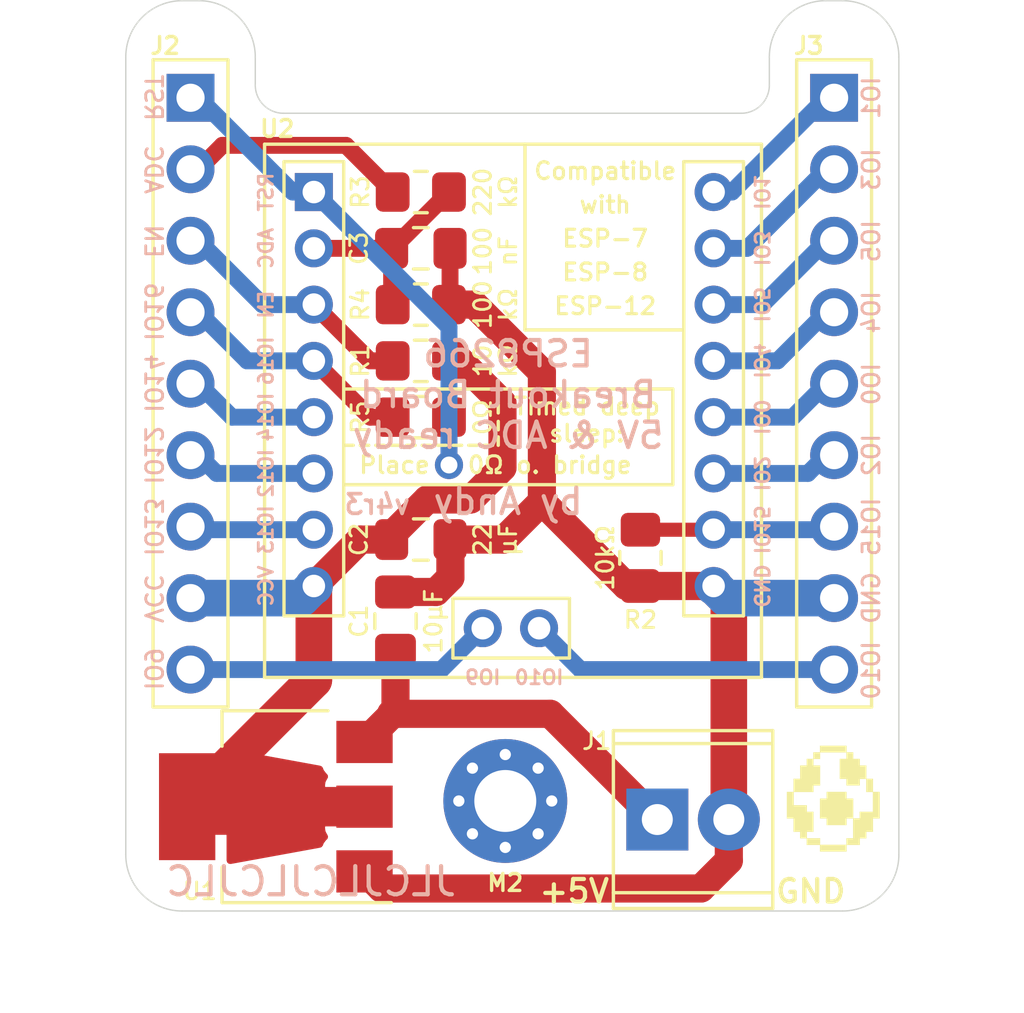
<source format=kicad_pcb>
(kicad_pcb (version 20211014) (generator pcbnew)
  (layers (0 "F.Cu" signal) (31 "B.Cu" signal) (34 "B.Paste" user) (35 "F.Paste" user) (36 "B.SilkS" user "B.Silkscreen") (37 "F.SilkS" user "F.Silkscreen") (38 "B.Mask" user) (39 "F.Mask" user) (44 "Edge.Cuts" user))
  (net 0 "")
  (net 1 "GND")
  (net 2 "/+3.3V")
  (net 3 "/+5V")
  (net 4 "/EN")
  (net 5 "/ADC")
  (net 6 "/ADCRAW")
  (net 7 "/IO16")
  (net 8 "/RST")
  (net 9 "/IO15")
  (net 10 "Net-(J2-Pad5)")
  (net 11 "Net-(J2-Pad6)")
  (net 12 "Net-(J2-Pad7)")
  (net 13 "Net-(J2-Pad9)")
  (net 14 "Net-(J3-Pad1)")
  (net 15 "Net-(J3-Pad2)")
  (net 16 "Net-(J3-Pad3)")
  (net 17 "Net-(J3-Pad4)")
  (net 18 "Net-(J3-Pad5)")
  (net 19 "Net-(J3-Pad6)")
  (net 20 "Net-(J3-Pad9)")
  (footprint "Capacitor_SMD:C_0805_2012Metric_Pad1.18x1.45mm_HandSolder" (layer "F.Cu") (at 146.8 83.15)
    (fp_text reference "C2" (at -2.2 0 90) (layer "F.SilkS") (effects (font (size 0.6 0.6) (thickness 0.1))))
    (fp_text value "22" (at 2.2 0 90) (layer "F.SilkS") (effects (font (size 0.6 0.6) (thickness 0.1))))
    (fp_text user "µF" (at 3.1 0 90) (layer "F.SilkS") (effects (font (size 0.6 0.6) (thickness 0.1))))
    (fp_line (start -0.261252 0.735) (end 0.261252 0.735) (layer "F.SilkS") (width 0.12))
    (fp_line (start -0.261252 -0.735) (end 0.261252 -0.735) (layer "F.SilkS") (width 0.12))
    (pad "1" smd roundrect locked (at -1.0375 0) (size 1.175 1.45) (layers "F.Cu" "F.Paste" "F.Mask") (roundrect_rratio 0.2127659574) (net 2 "/+3.3V"))
    (pad "2" smd roundrect locked (at 1.0375 0) (size 1.175 1.45) (layers "F.Cu" "F.Paste" "F.Mask") (roundrect_rratio 0.2127659574) (net 1 "GND"))
  )
  (footprint "Capacitor_SMD:C_0805_2012Metric_Pad1.18x1.45mm_HandSolder" (layer "F.Cu") (at 146.8 72.8)
    (fp_text reference "C3" (at -2.2 0 90) (layer "F.SilkS") (effects (font (size 0.6 0.6) (thickness 0.1))))
    (fp_text value "100" (at 2.2 0.1 90) (layer "F.SilkS") (effects (font (size 0.6 0.6) (thickness 0.1))))
    (fp_text user "nF" (at 3.1 0.1 90) (layer "F.SilkS") (effects (font (size 0.6 0.6) (thickness 0.1))))
    (fp_line (start -0.261252 0.735) (end 0.261252 0.735) (layer "F.SilkS") (width 0.12))
    (fp_line (start -0.261252 -0.735) (end 0.261252 -0.735) (layer "F.SilkS") (width 0.12))
    (pad "1" smd roundrect locked (at -1.0375 0) (size 1.175 1.45) (layers "F.Cu" "F.Paste" "F.Mask") (roundrect_rratio 0.2127659574) (net 5 "/ADC"))
    (pad "2" smd roundrect locked (at 1.0375 0) (size 1.175 1.45) (layers "F.Cu" "F.Paste" "F.Mask") (roundrect_rratio 0.2127659574) (net 1 "GND"))
  )
  (footprint "Resistor_SMD:R_0805_2012Metric_Pad1.20x1.40mm_HandSolder" (layer "F.Cu") (at 154.6 83.8 -90)
    (fp_text reference "R2" (at 2.2 0) (layer "F.SilkS") (effects (font (size 0.6 0.6) (thickness 0.1))))
    (fp_text value "10kΩ" (at 0 1.25 90) (layer "F.SilkS") (effects (font (size 0.6 0.6) (thickness 0.1))))
    (fp_line (start -0.227064 -0.735) (end 0.227064 -0.735) (layer "F.SilkS") (width 0.12))
    (fp_line (start -0.227064 0.735) (end 0.227064 0.735) (layer "F.SilkS") (width 0.12))
    (pad "1" smd roundrect locked (at -1 0 270) (size 1.2 1.4) (layers "F.Cu" "F.Paste" "F.Mask") (roundrect_rratio 0.2083325) (net 9 "/IO15"))
    (pad "2" smd roundrect locked (at 1 0 270) (size 1.2 1.4) (layers "F.Cu" "F.Paste" "F.Mask") (roundrect_rratio 0.2083325) (net 1 "GND"))
  )
  (footprint "Resistor_SMD:R_0805_2012Metric_Pad1.20x1.40mm_HandSolder" (layer "F.Cu") (at 146.8 70.8)
    (fp_text reference "R3" (at -2.15 0 90) (layer "F.SilkS") (effects (font (size 0.6 0.6) (thickness 0.1))))
    (fp_text value "220" (at 2.2 0 90) (layer "F.SilkS") (effects (font (size 0.6 0.6) (thickness 0.1))))
    (fp_text user "kΩ" (at 3.1 0 90) (layer "F.SilkS") (effects (font (size 0.6 0.6) (thickness 0.1))))
    (fp_line (start -0.227064 0.735) (end 0.227064 0.735) (layer "F.SilkS") (width 0.12))
    (fp_line (start -0.227064 -0.735) (end 0.227064 -0.735) (layer "F.SilkS") (width 0.12))
    (pad "1" smd roundrect locked (at -1 0) (size 1.2 1.4) (layers "F.Cu" "F.Paste" "F.Mask") (roundrect_rratio 0.2083325) (net 6 "/ADCRAW"))
    (pad "2" smd roundrect locked (at 1 0) (size 1.2 1.4) (layers "F.Cu" "F.Paste" "F.Mask") (roundrect_rratio 0.2083325) (net 5 "/ADC"))
  )
  (footprint "Resistor_SMD:R_0805_2012Metric_Pad1.20x1.40mm_HandSolder" (layer "F.Cu") (at 146.8 74.8)
    (fp_text reference "R4" (at -2.15 0 90) (layer "F.SilkS") (effects (font (size 0.6 0.6) (thickness 0.1))))
    (fp_text value "100" (at 2.2 0 90) (layer "F.SilkS") (effects (font (size 0.6 0.6) (thickness 0.1))))
    (fp_text user "kΩ" (at 3.1 0 90) (layer "F.SilkS") (effects (font (size 0.6 0.6) (thickness 0.1))))
    (fp_line (start -0.227064 -0.735) (end 0.227064 -0.735) (layer "F.SilkS") (width 0.12))
    (fp_line (start -0.227064 0.735) (end 0.227064 0.735) (layer "F.SilkS") (width 0.12))
    (pad "1" smd roundrect locked (at -1 0) (size 1.2 1.4) (layers "F.Cu" "F.Paste" "F.Mask") (roundrect_rratio 0.2083325) (net 5 "/ADC"))
    (pad "2" smd roundrect locked (at 1 0) (size 1.2 1.4) (layers "F.Cu" "F.Paste" "F.Mask") (roundrect_rratio 0.2083325) (net 1 "GND"))
  )
  (footprint "Resistor_SMD:R_0805_2012Metric_Pad1.20x1.40mm_HandSolder" (layer "F.Cu") (at 146.8 78.8 180)
    (fp_text reference "R5" (at 2.15 0 270) (layer "F.SilkS") (effects (font (size 0.6 0.6) (thickness 0.1))))
    (fp_text value "0Ω" (at -2.2 0 90) (layer "F.SilkS") (effects (font (size 0.6 0.6) (thickness 0.1))))
    (fp_line (start -0.227064 0.735) (end 0.227064 0.735) (layer "F.SilkS") (width 0.12))
    (fp_line (start -0.227064 -0.735) (end 0.227064 -0.735) (layer "F.SilkS") (width 0.12))
    (pad "1" smd roundrect locked (at -1 0 180) (size 1.2 1.4) (layers "F.Cu" "F.Paste" "F.Mask") (roundrect_rratio 0.2083325) (net 8 "/RST"))
    (pad "2" smd roundrect locked (at 1 0 180) (size 1.2 1.4) (layers "F.Cu" "F.Paste" "F.Mask") (roundrect_rratio 0.2083325) (net 7 "/IO16"))
  )
  (footprint "Resistor_SMD:R_0805_2012Metric_Pad1.20x1.40mm_HandSolder" (layer "F.Cu") (at 146.8 76.8 180)
    (fp_text reference "R1" (at 2.15 0 270) (layer "F.SilkS") (effects (font (size 0.6 0.6) (thickness 0.1))))
    (fp_text value "10" (at -2.2 0 90) (layer "F.SilkS") (effects (font (size 0.6 0.6) (thickness 0.1))))
    (fp_text user "kΩ" (at -3.1 0 270) (layer "F.SilkS") (effects (font (size 0.6 0.6) (thickness 0.1))))
    (fp_line (start -0.227064 -0.735) (end 0.227064 -0.735) (layer "F.SilkS") (width 0.12))
    (fp_line (start -0.227064 0.735) (end 0.227064 0.735) (layer "F.SilkS") (width 0.12))
    (pad "1" smd roundrect locked (at -1 0 180) (size 1.2 1.4) (layers "F.Cu" "F.Paste" "F.Mask") (roundrect_rratio 0.2083325) (net 2 "/+3.3V"))
    (pad "2" smd roundrect locked (at 1 0 180) (size 1.2 1.4) (layers "F.Cu" "F.Paste" "F.Mask") (roundrect_rratio 0.2083325) (net 4 "/EN"))
  )
  (footprint "Package_TO_SOT_SMD:SOT-223-3_TabPin2" (layer "F.Cu") (at 141.65 92.642932 180)
    (fp_text reference "U1" (at 2.7 -3) (layer "F.SilkS") (effects (font (size 0.6 0.6) (thickness 0.1))))
    (fp_text value "AMS1117-3.3")
    (fp_line (start -1.85 3.41) (end 1.91 3.41) (layer "F.SilkS") (width 0.12))
    (fp_line (start 1.91 3.41) (end 1.91 2.15) (layer "F.SilkS") (width 0.12))
    (fp_line (start 1.91 -3.41) (end 1.91 -2.15) (layer "F.SilkS") (width 0.12))
    (fp_line (start -4.1 -3.41) (end 1.91 -3.41) (layer "F.SilkS") (width 0.12))
    (pad "1" smd rect locked (at -3.15 -2.3 180) (size 2 1.5) (layers "F.Cu" "F.Paste" "F.Mask") (net 1 "GND"))
    (pad "2" smd rect locked (at 3.15 0 180) (size 2 3.8) (layers "F.Cu" "F.Paste" "F.Mask") (net 2 "/+3.3V") (thermal_gap 0.4))
    (pad "2" smd rect locked (at -3.15 0 180) (size 2 1.5) (layers "F.Cu" "F.Paste" "F.Mask") (net 2 "/+3.3V") (thermal_gap 0.4))
    (pad "3" smd rect locked (at -3.15 2.3 180) (size 2 1.5) (layers "F.Cu" "F.Paste" "F.Mask") (net 3 "/+5V") (thermal_gap 0.5))
  )
  (footprint "Andys-Footprints:TerminalBlock_Phoenix_MPT-0,5-2-2.54_1x02_P2.54mm_Horizontal-removed-extra-holes" (layer "F.Cu") (at 155.2 93.1)
    (fp_text reference "J1" (at -2.15 -2.792932) (layer "F.SilkS") (effects (font (size 0.6 0.6) (thickness 0.1))))
    (fp_text value "Screw_Terminal_01x02")
    (fp_line (start -1.56 -2.7) (end 4.1 -2.7) (layer "F.SilkS") (width 0.12))
    (fp_line (start -1.56 2.6) (end 4.1 2.6) (layer "F.SilkS") (width 0.12))
    (fp_line (start -1.56 -3.16) (end 4.1 -3.16) (layer "F.SilkS") (width 0.12))
    (fp_line (start -1.56 -3.16) (end -1.56 3.16) (layer "F.SilkS") (width 0.12))
    (fp_line (start 4.1 -3.16) (end 4.1 3.16) (layer "F.SilkS") (width 0.12))
    (fp_line (start -1.56 3.16) (end 4.1 3.16) (layer "F.SilkS") (width 0.12))
    (pad "1" thru_hole rect locked (at 0 0) (size 2.2 2.2) (drill 1.1) (layers *.Cu *.Mask) (net 3 "/+5V"))
    (pad "2" thru_hole circle locked (at 2.54 0) (size 2.2 2.2) (drill 1.1) (layers *.Cu *.Mask) (net 1 "GND"))
  )
  (footprint "Capacitor_SMD:C_0805_2012Metric_Pad1.18x1.45mm_HandSolder" (layer "F.Cu") (at 145.9 86.05 90)
    (fp_text reference "C1" (at 0 -1.3 90) (layer "F.SilkS") (effects (font (size 0.6 0.6) (thickness 0.1))))
    (fp_text value "10µF" (at 0 1.35 90) (layer "F.SilkS") (effects (font (size 0.6 0.6) (thickness 0.1))))
    (fp_line (start -0.261252 0.735) (end 0.261252 0.735) (layer "F.SilkS") (width 0.12))
    (fp_line (start -0.261252 -0.735) (end 0.261252 -0.735) (layer "F.SilkS") (width 0.12))
    (pad "1" smd roundrect locked (at -1.0375 0 90) (size 1.175 1.45) (layers "F.Cu" "F.Paste" "F.Mask") (roundrect_rratio 0.213) (net 3 "/+5V") (thermal_gap 0.5))
    (pad "2" smd roundrect locked (at 1.0375 0 90) (size 1.175 1.45) (layers "F.Cu" "F.Paste" "F.Mask") (roundrect_rratio 0.2127659574) (net 1 "GND"))
  )
  (footprint "Andys-Footprints:ESP-12-Socket-Cutout-IO9-10" (layer "F.Cu") (at 143 70.8)
    (fp_text reference "U2" (at -1.3 -2.25) (layer "F.SilkS") (effects (font (size 0.6 0.6) (thickness 0.12))))
    (fp_text value "ESP-07")
    (fp_text user "IO3" (at 15.9 2 270 unlocked) (layer "B.SilkS") (effects (font (size 0.5 0.5) (thickness 0.1)) (justify mirror)))
    (fp_text user "IO10" (at 8 17.25) (layer "B.SilkS") (effects (font (size 0.5 0.5) (thickness 0.1)) (justify mirror)))
    (fp_text user "EN" (at -1.7 4 -90) (layer "B.SilkS") (effects (font (size 0.5 0.5) (thickness 0.1)) (justify mirror)))
    (fp_text user "IO4" (at 15.9 6 270 unlocked) (layer "B.SilkS") (effects (font (size 0.5 0.5) (thickness 0.1)) (justify mirror)))
    (fp_text user "IO5" (at 15.9 4 270 unlocked) (layer "B.SilkS") (effects (font (size 0.5 0.5) (thickness 0.1)) (justify mirror)))
    (fp_text user "IO13" (at -1.7 12 -90) (layer "B.SilkS") (effects (font (size 0.5 0.5) (thickness 0.1)) (justify mirror)))
    (fp_text user "IO0" (at 15.9 8 270 unlocked) (layer "B.SilkS") (effects (font (size 0.5 0.5) (thickness 0.1)) (justify mirror)))
    (fp_text user "IO16" (at -1.7 6 -90) (layer "B.SilkS") (effects (font (size 0.5 0.5) (thickness 0.1)) (justify mirror)))
    (fp_text user "IO15" (at 15.9 12 270 unlocked) (layer "B.SilkS") (effects (font (size 0.5 0.5) (thickness 0.1)) (justify mirror)))
    (fp_text user "IO1" (at 15.9 0 270 unlocked) (layer "B.SilkS") (effects (font (size 0.5 0.5) (thickness 0.1)) (justify mirror)))
    (fp_text user "VCC" (at -1.7 14 -90) (layer "B.SilkS") (effects (font (size 0.5 0.5) (thickness 0.1)) (justify mirror)))
    (fp_text user "IO14" (at -1.7 8 -90) (layer "B.SilkS") (effects (font (size 0.5 0.5) (thickness 0.1)) (justify mirror)))
    (fp_text user "IO2" (at 15.9 10 270 unlocked) (layer "B.SilkS") (effects (font (size 0.5 0.5) (thickness 0.1)) (justify mirror)))
    (fp_text user "ADC" (at -1.7 2 -90) (layer "B.SilkS") (effects (font (size 0.5 0.5) (thickness 0.1)) (justify mirror)))
    (fp_text user "IO9" (at 6 17.25) (layer "B.SilkS") (effects (font (size 0.5 0.5) (thickness 0.1)) (justify mirror)))
    (fp_text user "RST" (at -1.7 0 -90) (layer "B.SilkS") (effects (font (size 0.5 0.5) (thickness 0.1)) (justify mirror)))
    (fp_text user "IO12" (at -1.7 10 -90) (layer "B.SilkS") (effects (font (size 0.5 0.5) (thickness 0.1)) (justify mirror)))
    (fp_text user "GND" (at 15.9 14 270 unlocked) (layer "B.SilkS") (effects (font (size 0.5 0.5) (thickness 0.1)) (justify mirror)))
    (fp_line (start -1.75 17.25) (end -1.75 -1.7) (layer "F.SilkS") (width 0.12))
    (fp_line (start 13.14 15.06) (end 15.26 15.06) (layer "F.SilkS") (width 0.12))
    (fp_line (start 15.26 -1.0795) (end 15.26 15.06) (layer "F.SilkS") (width 0.12))
    (fp_line (start 9.0795 16.56) (end 4.94 16.56) (layer "F.SilkS") (width 0.12))
    (fp_line (start 13.14 -1.0795) (end 13.14 15.06) (layer "F.SilkS") (width 0.12))
    (fp_line (start 4.94 14.44) (end 4.94 16.56) (layer "F.SilkS") (width 0.12))
    (fp_line (start 9.0795 14.44) (end 9.0795 16.56) (layer "F.SilkS") (width 0.12))
    (fp_line (start -1.06 -1.0795) (end -1.06 15.06) (layer "F.SilkS") (width 0.12))
    (fp_line (start -1.06 15.06) (end 1.06 15.06) (layer "F.SilkS") (width 0.12))
    (fp_line (start -1.06 -1.0795) (end 1.06 -1.0795) (layer "F.SilkS") (width 0.12))
    (fp_line (start 1.06 -1.0795) (end 1.06 15.06) (layer "F.SilkS") (width 0.12))
    (fp_line (start 15.9 -1.7) (end -1.75 -1.7) (layer "F.SilkS") (width 0.12))
    (fp_line (start 15.9 17.25) (end 15.9 -1.7) (layer "F.SilkS") (width 0.12))
    (fp_line (start 15.9 17.25) (end -1.75 17.25) (layer "F.SilkS") (width 0.12))
    (fp_line (start 13.14 -1.0795) (end 15.26 -1.0795) (layer "F.SilkS") (width 0.12))
    (fp_line (start 9.0795 14.44) (end 4.94 14.44) (layer "F.SilkS") (width 0.12))
    (pad "1" thru_hole rect (at 0 0) (size 1.35 1.35) (drill 0.8) (layers *.Cu *.Mask) (net 8 "/RST"))
    (pad "2" thru_hole oval (at 0 2) (size 1.35 1.35) (drill 0.8) (layers *.Cu *.Mask) (net 5 "/ADC"))
    (pad "3" thru_hole oval (at 0 4) (size 1.35 1.35) (drill 0.8) (layers *.Cu *.Mask) (net 4 "/EN"))
    (pad "4" thru_hole oval (at 0 6) (size 1.35 1.35) (drill 0.8) (layers *.Cu *.Mask) (net 7 "/IO16"))
    (pad "5" thru_hole oval (at 0 8) (size 1.35 1.35) (drill 0.8) (layers *.Cu *.Mask) (net 10 "Net-(J2-Pad5)"))
    (pad "6" thru_hole oval (at 0 10) (size 1.35 1.35) (drill 0.8) (layers *.Cu *.Mask) (net 11 "Net-(J2-Pad6)"))
    (pad "7" thru_hole oval (at 0 12) (size 1.35 1.35) (drill 0.8) (layers *.Cu *.Mask) (net 12 "Net-(J2-Pad7)"))
    (pad "8" thru_hole oval (at 0 14) (size 1.35 1.35) (drill 0.8) (layers *.Cu *.Mask) (net 2 "/+3.3V"))
    (pad "11" thru_hole oval (at 6 15.5 270) (size 1.35 1.35) (drill 0.8) (layers *.Cu *.Mask) (net 13 "Net-(J2-Pad9)"))
    (pad "12" thru_hole oval (at 8 15.5 270) (size 1.35 1.35) (drill 0.8) (layers *.Cu *.Mask) (net 20 "Net-(J3-Pad9)"))
    (pad "15" thru_hole oval (at 14.2 14) (size 1.35 1.35) (drill 0.8) (layers *.Cu *.Mask) (net 1 "GND"))
    (pad "16" thru_hole oval (at 14.2 12) (size 1.35 1.35) (drill 0.8) (layers *.Cu *.Mask) (net 9 "/IO15"))
    (pad "17" thru_hole oval (at 14.2 10) (size 1.35 1.35) (drill 0.8) (layers *.Cu *.Mask) (net 19 "Net-(J3-Pad6)"))
    (pad "18" thru_hole oval (at 14.2 8) (size 1.35 1.35) (drill 0.8) (layers *.Cu *.Mask) (net 18 "Net-(J3-Pad5)"))
    (pad "19" thru_hole oval (at 14.2 6) (size 1.35 1.35) (drill 0.8) (layers *.Cu *.Mask) (net 17 "Net-(J3-Pad4)"))
    (pad "20" thru_hole oval (at 14.2 4) (size 1.35 1.35) (drill 0.8) (layers *.Cu *.Mask) (net 16 "Net-(J3-Pad3)"))
    (pad "21" thru_hole oval (at 14.2 2) (size 1.35 1.35) (drill 0.8) (layers *.Cu *.Mask) (net 15 "Net-(J3-Pad2)"))
    (pad "22" thru_hole circle (at 14.2 0) (size 1.35 1.35) (drill 0.8) (layers *.Cu *.Mask) (net 14 "Net-(J3-Pad1)"))
  )
  (footprint "Andys-Footprints:Yoshi-Egg-Small" (layer "F.Cu") (at 161.45 92.35)
    (fp_text reference "G***" hide)
    (fp_text value "LOGO" hide)
    (fp_poly (pts (xy -0.4699 -1.40335) (xy -0.70485 -1.40335) (xy -0.70485 -1.6383) (xy -0.4699 -1.6383) (xy -0.4699 -1.40335)) (layer "F.SilkS") (width 0.01) (fill solid))
    (fp_poly (pts (xy -0.70485 -1.1684) (xy -0.4699 -1.1684) (xy -0.4699 -0.46355) (xy -0.70485 -0.46355) (xy -0.70485 -0.2286) (xy -1.4097 -0.2286) (xy -1.4097 -0.6985) (xy -1.17475 -0.6985) (xy -1.17475 -1.1684) (xy -0.9398 -1.1684) (xy -0.9398 -1.40335) (xy -0.70485 -1.40335) (xy -0.70485 -1.1684)) (layer "F.SilkS") (width 0.01) (fill solid))
    (fp_poly (pts (xy -0.4699 1.651) (xy -0.9398 1.651) (xy -0.9398 1.41605) (xy -0.4699 1.41605) (xy -0.4699 1.651)) (layer "F.SilkS") (width 0.01) (fill solid))
    (fp_poly (pts (xy 0.4699 1.88595) (xy -0.4699 1.88595) (xy -0.4699 1.651) (xy 0.4699 1.651) (xy 0.4699 1.88595)) (layer "F.SilkS") (width 0.01) (fill solid))
    (fp_poly (pts (xy 0.4699 0.00635) (xy 0.70485 0.00635) (xy 0.70485 0.7112) (xy 0.4699 0.7112) (xy 0.4699 0.94615) (xy -0.23495 0.94615) (xy -0.23495 0.7112) (xy -0.4699 0.7112) (xy -0.4699 0.00635) (xy -0.23495 0.00635) (xy -0.23495 -0.2286) (xy 0.4699 -0.2286) (xy 0.4699 0.00635)) (layer "F.SilkS") (width 0.01) (fill solid))
    (fp_poly (pts (xy -1.4097 0.2413) (xy -0.9398 0.2413) (xy -0.9398 0.47625) (xy -0.70485 0.47625) (xy -0.70485 1.1811) (xy -0.9398 1.1811) (xy -0.9398 1.41605) (xy -1.17475 1.41605) (xy -1.17475 1.1811) (xy -1.4097 1.1811) (xy -1.4097 0.7112) (xy -1.64465 0.7112) (xy -1.64465 -0.2286) (xy -1.4097 -0.2286) (xy -1.4097 0.2413)) (layer "F.SilkS") (width 0.01) (fill solid))
    (fp_poly (pts (xy 1.64465 0.7112) (xy 1.4097 0.7112) (xy 1.4097 1.1811) (xy 1.17475 1.1811) (xy 1.17475 1.41605) (xy 0.9398 1.41605) (xy 0.9398 1.651) (xy 0.4699 1.651) (xy 0.4699 1.41605) (xy 0.70485 1.41605) (xy 0.70485 0.7112) (xy 0.9398 0.7112) (xy 0.9398 0.47625) (xy 1.4097 0.47625) (xy 1.4097 -0.2286) (xy 1.64465 -0.2286) (xy 1.64465 0.7112)) (layer "F.SilkS") (width 0.01) (fill solid))
    (fp_poly (pts (xy 1.4097 -0.2286) (xy 1.17475 -0.2286) (xy 1.17475 -0.6985) (xy 1.4097 -0.6985) (xy 1.4097 -0.2286)) (layer "F.SilkS") (width 0.01) (fill solid))
    (fp_poly (pts (xy 0.4699 -1.6383) (xy -0.4699 -1.6383) (xy -0.4699 -1.87325) (xy 0.4699 -1.87325) (xy 0.4699 -1.6383)) (layer "F.SilkS") (width 0.01) (fill solid))
    (fp_poly (pts (xy 0.70485 -1.40335) (xy 0.9398 -1.40335) (xy 0.9398 -1.1684) (xy 1.17475 -1.1684) (xy 1.17475 -0.6985) (xy 0.9398 -0.6985) (xy 0.9398 -0.46355) (xy 0.4699 -0.46355) (xy 0.4699 -0.6985) (xy 0.23495 -0.6985) (xy 0.23495 -1.40335) (xy 0.4699 -1.40335) (xy 0.4699 -1.6383) (xy 0.70485 -1.6383) (xy 0.70485 -1.40335)) (layer "F.SilkS") (width 0.01) (fill solid))
  )
  (footprint "Andys-Footprints:PinHeader_1x09_P2.54mm_Vertical-Fixed-SilkScreen" (layer "F.Cu") (at 138.62 67.45)
    (fp_text reference "J2" (at -0.9 -1.85) (layer "F.SilkS") (effects (font (size 0.6 0.6) (thickness 0.12))))
    (fp_text value "Conn_01x09_Male")
    (fp_line (start -1.33 21.65) (end 1.33 21.65) (layer "F.SilkS") (width 0.12))
    (fp_line (start 1.33 -1.35) (end 1.33 21.65) (layer "F.SilkS") (width 0.12))
    (fp_line (start -1.33 -1.35) (end 1.33 -1.35) (layer "F.SilkS") (width 0.12))
    (fp_line (start -1.33 -1.35) (end -1.33 21.65) (layer "F.SilkS") (width 0.12))
    (pad "1" thru_hole rect (at 0 0) (size 1.7 1.7) (drill 1) (layers *.Cu *.Mask) (net 8 "/RST"))
    (pad "2" thru_hole oval (at 0 2.54) (size 1.7 1.7) (drill 1) (layers *.Cu *.Mask) (net 6 "/ADCRAW"))
    (pad "3" thru_hole oval (at 0 5.08) (size 1.7 1.7) (drill 1) (layers *.Cu *.Mask) (net 4 "/EN"))
    (pad "4" thru_hole oval (at 0 7.62) (size 1.7 1.7) (drill 1) (layers *.Cu *.Mask) (net 7 "/IO16"))
    (pad "5" thru_hole oval (at 0 10.16) (size 1.7 1.7) (drill 1) (layers *.Cu *.Mask) (net 10 "Net-(J2-Pad5)"))
    (pad "6" thru_hole oval (at 0 12.7) (size 1.7 1.7) (drill 1) (layers *.Cu *.Mask) (net 11 "Net-(J2-Pad6)"))
    (pad "7" thru_hole oval (at 0 15.24) (size 1.7 1.7) (drill 1) (layers *.Cu *.Mask) (net 12 "Net-(J2-Pad7)"))
    (pad "8" thru_hole oval (at 0 17.78) (size 1.7 1.7) (drill 1) (layers *.Cu *.Mask) (net 2 "/+3.3V"))
    (pad "9" thru_hole oval (at 0 20.32) (size 1.7 1.7) (drill 1) (layers *.Cu *.Mask) (net 13 "Net-(J2-Pad9)"))
  )
  (footprint "Andys-Footprints:PinHeader_1x09_P2.54mm_Vertical-Fixed-SilkScreen" (layer "F.Cu") (at 161.48 67.45)
    (fp_text reference "J3" (at -0.9 -1.85) (layer "F.SilkS") (effects (font (size 0.6 0.6) (thickness 0.12))))
    (fp_text value "Conn_01x09_Male")
    (fp_line (start -1.33 -1.35) (end -1.33 21.65) (layer "F.SilkS") (width 0.12))
    (fp_line (start -1.33 -1.35) (end 1.33 -1.35) (layer "F.SilkS") (width 0.12))
    (fp_line (start 1.33 -1.35) (end 1.33 21.65) (layer "F.SilkS") (width 0.12))
    (fp_line (start -1.33 21.65) (end 1.33 21.65) (layer "F.SilkS") (width 0.12))
    (pad "1" thru_hole rect (at 0 0) (size 1.7 1.7) (drill 1) (layers *.Cu *.Mask) (net 14 "Net-(J3-Pad1)"))
    (pad "2" thru_hole oval (at 0 2.54) (size 1.7 1.7) (drill 1) (layers *.Cu *.Mask) (net 15 "Net-(J3-Pad2)"))
    (pad "3" thru_hole oval (at 0 5.08) (size 1.7 1.7) (drill 1) (layers *.Cu *.Mask) (net 16 "Net-(J3-Pad3)"))
    (pad "4" thru_hole oval (at 0 7.62) (size 1.7 1.7) (drill 1) (layers *.Cu *.Mask) (net 17 "Net-(J3-Pad4)"))
    (pad "5" thru_hole oval (at 0 10.16) (size 1.7 1.7) (drill 1) (layers *.Cu *.Mask) (net 18 "Net-(J3-Pad5)"))
    (pad "6" thru_hole oval (at 0 12.7) (size 1.7 1.7) (drill 1) (layers *.Cu *.Mask) (net 19 "Net-(J3-Pad6)"))
    (pad "7" thru_hole oval (at 0 15.24) (size 1.7 1.7) (drill 1) (layers *.Cu *.Mask) (net 9 "/IO15"))
    (pad "8" thru_hole oval (at 0 17.78) (size 1.7 1.7) (drill 1) (layers *.Cu *.Mask) (net 1 "GND"))
    (pad "9" thru_hole oval (at 0 20.32) (size 1.7 1.7) (drill 1) (layers *.Cu *.Mask) (net 20 "Net-(J3-Pad9)"))
  )
  (footprint "MountingHole:MountingHole_2.2mm_M2_Pad_Via" (layer "F.Cu") (at 149.8 92.44)
    (fp_text reference "H1")
    (fp_text value "M2" (at 0 2.907068) (layer "F.SilkS") (effects (font (size 0.6 0.6) (thickness 0.12))))
    (pad "1" thru_hole circle locked (at 1.166726 1.166726) (size 0.7 0.7) (drill 0.4) (layers *.Cu *.Mask))
    (pad "1" thru_hole circle locked (at 1.65 0) (size 0.7 0.7) (drill 0.4) (layers *.Cu *.Mask))
    (pad "1" thru_hole circle locked (at -1.166726 1.166726) (size 0.7 0.7) (drill 0.4) (layers *.Cu *.Mask))
    (pad "1" thru_hole circle locked (at 1.166726 -1.166726) (size 0.7 0.7) (drill 0.4) (layers *.Cu *.Mask))
    (pad "1" thru_hole circle locked (at -1.65 0) (size 0.7 0.7) (drill 0.4) (layers *.Cu *.Mask))
    (pad "1" thru_hole circle locked (at 0 1.65) (size 0.7 0.7) (drill 0.4) (layers *.Cu *.Mask))
    (pad "1" thru_hole circle locked (at -1.166726 -1.166726) (size 0.7 0.7) (drill 0.4) (layers *.Cu *.Mask))
    (pad "1" thru_hole circle locked (at 0 -1.65) (size 0.7 0.7) (drill 0.4) (layers *.Cu *.Mask))
    (pad "1" thru_hole circle locked (at 0 0) (size 4.4 4.4) (drill 2.2) (layers *.Cu *.Mask))
  )
  (gr_line (start 149.55 78.35) (end 149.55 78.65) (layer "F.SilkS") (width 0.12))
  (gr_line (start 149.55 78.95) (end 149.55 79.25) (layer "F.SilkS") (width 0.12))
  (gr_line (start 144.1 79.8) (end 144.4 79.8) (layer "F.SilkS") (width 0.12))
  (gr_line (start 149.55 79.5) (end 149.55 79.8) (layer "F.SilkS") (width 0.12))
  (gr_line (start 144.65 79.8) (end 144.95 79.8) (layer "F.SilkS") (width 0.12))
  (gr_line (start 145.2 79.8) (end 145.5 79.8) (layer "F.SilkS") (width 0.12))
  (gr_line (start 145.75 79.8) (end 146.05 79.8) (layer "F.SilkS") (width 0.12))
  (gr_line (start 146.3 79.8) (end 146.6 79.8) (layer "F.SilkS") (width 0.12))
  (gr_line (start 146.85 79.8) (end 147.15 79.8) (layer "F.SilkS") (width 0.12))
  (gr_line (start 147.4 79.8) (end 147.7 79.8) (layer "F.SilkS") (width 0.12))
  (gr_line (start 147.95 79.8) (end 148.25 79.8) (layer "F.SilkS") (width 0.12))
  (gr_line (start 148.5 79.8) (end 148.8 79.8) (layer "F.SilkS") (width 0.12))
  (gr_line (start 149.05 79.8) (end 149.35 79.8) (layer "F.SilkS") (width 0.12))
  (gr_line (start 144.1 77.8) (end 155.75 77.8) (layer "F.SilkS") (width 0.12))
  (gr_line (start 149.55 77.8) (end 149.55 78.1) (layer "F.SilkS") (width 0.12))
  (gr_line (start 150.5 69.1) (end 150.5 75.7) (layer "F.SilkS") (width 0.12))
  (gr_line (start 155.75 77.8) (end 155.75 81.2) (layer "F.SilkS") (width 0.12))
  (gr_line (start 150.5 75.7) (end 156.1 75.7) (layer "F.SilkS") (width 0.12))
  (gr_line (start 155.75 81.2) (end 144.1 81.2) (layer "F.SilkS") (width 0.12))
  (gr_line (start 136.32 94.35) (end 136.32 66) (layer "Edge.Cuts") (width 0.05))
  (gr_arc (start 138.92 64) (mid 140.334214 64.585786) (end 140.92 66) (layer "Edge.Cuts") (width 0.05))
  (gr_arc (start 159.18 66) (mid 159.765786 64.585786) (end 161.18 64) (layer "Edge.Cuts") (width 0.05))
  (gr_line (start 161.18 64) (end 161.78 64) (layer "Edge.Cuts") (width 0.05))
  (gr_line (start 141.92 68) (end 158.18 68) (layer "Edge.Cuts") (width 0.05))
  (gr_line (start 140.92 66) (end 140.92 67) (layer "Edge.Cuts") (width 0.05))
  (gr_arc (start 163.78 94.35) (mid 163.194214 95.764214) (end 161.78 96.35) (layer "Edge.Cuts") (width 0.05))
  (gr_arc (start 161.78 64) (mid 163.194214 64.585786) (end 163.78 66) (layer "Edge.Cuts") (width 0.05))
  (gr_arc (start 141.92 68) (mid 141.212893 67.707107) (end 140.92 67) (layer "Edge.Cuts") (width 0.05))
  (gr_line (start 159.18 66) (end 159.18 67) (layer "Edge.Cuts") (width 0.05))
  (gr_arc (start 138.32 96.35) (mid 136.905786 95.764214) (end 136.32 94.35) (layer "Edge.Cuts") (width 0.05))
  (gr_line (start 138.32 64) (end 138.92 64) (layer "Edge.Cuts") (width 0.05))
  (gr_arc (start 159.18 67) (mid 158.887107 67.707107) (end 158.18 68) (layer "Edge.Cuts") (width 0.05))
  (gr_line (start 161.78 96.35) (end 138.32 96.35) (layer "Edge.Cuts") (width 0.05))
  (gr_arc (start 136.32 66) (mid 136.905786 64.585786) (end 138.32 64) (layer "Edge.Cuts") (width 0.05))
  (gr_line (start 163.78 66) (end 163.78 94.35) (layer "Edge.Cuts") (width 0.05))
  (gr_text "JLCJLCJLCJLC" (at 142.9 95.3) (layer "B.SilkS") (effects (font (size 1 1)) (justify mirror)))
  (gr_text "ADC" (at 137.3 70 -90) (layer "B.SilkS") (effects (font (size 0.6 0.6) (thickness 0.1)) (justify mirror)))
  (gr_text "EN" (at 137.3 72.55 -90) (layer "B.SilkS") (effects (font (size 0.6 0.6) (thickness 0.1)) (justify mirror)))
  (gr_text "IO13" (at 137.3 82.7 -90) (layer "B.SilkS") (effects (font (size 0.6 0.6) (thickness 0.1)) (justify mirror)))
  (gr_text "VCC" (at 137.3 85.25 -90) (layer "B.SilkS") (effects (font (size 0.6 0.6) (thickness 0.1)) (justify mirror)))
  (gr_text "IO16" (at 137.3 75.05 -90) (layer "B.SilkS") (effects (font (size 0.6 0.6) (thickness 0.1)) (justify mirror)))
  (gr_text "IO14" (at 137.3 77.6 -90) (layer "B.SilkS") (effects (font (size 0.6 0.6) (thickness 0.1)) (justify mirror)))
  (gr_text "IO10" (at 162.7936 87.8 90) (layer "B.SilkS") (effects (font (size 0.6 0.6) (thickness 0.1)) (justify mirror)))
  (gr_text "IO2" (at 162.8 80.15 90) (layer "B.SilkS") (effects (font (size 0.6 0.6) (thickness 0.1)) (justify mirror)))
  (gr_text "by Andy" (at 149.9 81.8) (layer "B.SilkS") (effects (font (size 0.9 0.9)) (justify mirror)))
  (gr_text "RST" (at 137.3 67.45 -90) (layer "B.SilkS") (effects (font (size 0.6 0.6) (thickness 0.1)) (justify mirror)))
  (gr_text "IO3" (at 162.8 70 90) (layer "B.SilkS") (effects (font (size 0.6 0.6) (thickness 0.1)) (justify mirror)))
  (gr_text "IO15" (at 162.8 82.7 90) (layer "B.SilkS") (effects (font (size 0.6 0.6) (thickness 0.1)) (justify mirror)))
  (gr_text "ESP8266\nBreakout Board\n5V & ADC ready" (at 149.9 78) (layer "B.SilkS") (effects (font (size 0.9 0.9)) (justify mirror)))
  (gr_text "IO0" (at 162.8 77.625 90) (layer "B.SilkS") (effects (font (size 0.6 0.6) (thickness 0.1)) (justify mirror)))
  (gr_text "IO4" (at 162.8 75.075 90) (layer "B.SilkS") (effects (font (size 0.6 0.6) (thickness 0.1)) (justify mirror)))
  (gr_text "v4r3" (at 145.25 81.9) (layer "B.SilkS") (effects (font (size 0.7 0.7) (thickness 0.13)) (justify mirror)))
  (gr_text "IO1" (at 162.8 67.45 90) (layer "B.SilkS") (effects (font (size 0.6 0.6) (thickness 0.1)) (justify mirror)))
  (gr_text "IO9" (at 137.29801 87.75 -90) (layer "B.SilkS") (effects (font (size 0.6 0.6) (thickness 0.1)) (justify mirror)))
  (gr_text "IO5" (at 162.8 72.55 90) (layer "B.SilkS") (effects (font (size 0.6 0.6) (thickness 0.1)) (justify mirror)))
  (gr_text "GND" (at 162.8 85.225 90) (layer "B.SilkS") (effects (font (size 0.6 0.6) (thickness 0.1)) (justify mirror)))
  (gr_text "IO12" (at 137.3 80.15 -90) (layer "B.SilkS") (effects (font (size 0.6 0.6) (thickness 0.1)) (justify mirror)))
  (gr_text "Place   0Ω o. bridge" (at 144.55 80.5) (layer "F.SilkS") (effects (font (size 0.6 0.6) (thickness 0.11)) (justify left)))
  (gr_text "GND" (at 160.65 95.65) (layer "F.SilkS") (effects (font (size 0.8 0.8))))
  (gr_text "+5V" (at 152.25 95.65) (layer "F.SilkS") (effects (font (size 0.8 0.8))))
  (gr_text "ESP-8" (at 153.35 73.65) (layer "F.SilkS") (effects (font (size 0.6 0.6) (thickness 0.11))))
  (gr_text "with" (at 153.35 71.25) (layer "F.SilkS") (effects (font (size 0.6 0.6) (thickness 0.11))))
  (gr_text "ESP-7" (at 153.35 72.45) (layer "F.SilkS") (effects (font (size 0.6 0.6) (thickness 0.11))))
  (gr_text "Timed deep\nsleep:" (at 152.7 78.9) (layer "F.SilkS") (effects (font (size 0.6 0.6) (thickness 0.11))))
  (gr_text "ESP-12" (at 153.35 74.85) (layer "F.SilkS") (effects (font (size 0.6 0.6) (thickness 0.11))))
  (gr_text "Compatible" (at 153.35 70.05) (layer "F.SilkS") (effects (font (size 0.6 0.6) (thickness 0.11))))
  (segment (start 154.6 84.8) (end 157.2 84.8) (width 1) (layer "F.Cu") (net 1))
  (segment (start 148.7 74.8) (end 151.1 77.2) (width 1) (layer "F.Cu") (net 1))
  (segment (start 154.1 84.8) (end 154.6 84.8) (width 1) (layer "F.Cu") (net 1))
  (segment (start 147.85 84.5) (end 147.85 83.1625) (width 1) (layer "F.Cu") (net 1))
  (segment (start 157.74 94.56) (end 157.74 93.1) (width 1) (layer "F.Cu") (net 1))
  (segment (start 147.8 74.8) (end 147.94352 74.8) (width 1) (layer "F.Cu") (net 1))
  (segment (start 147.8375 74.7625) (end 147.8 74.8) (width 0.6) (layer "F.Cu") (net 1))
  (segment (start 149.75 83.15) (end 147.8375 83.15) (width 1) (layer "F.Cu") (net 1))
  (segment (start 157.74 93.1) (end 157.74 85.36) (width 1.3) (layer "F.Cu") (net 1))
  (segment (start 157.75 85.35) (end 157.74 85.36) (width 1.3) (layer "F.Cu") (net 1))
  (segment (start 157.2 84.8) (end 157.75 85.35) (width 1.3) (layer "F.Cu") (net 1))
  (segment (start 151.1 77.2) (end 151.1 81.8) (width 1) (layer "F.Cu") (net 1))
  (segment (start 147.8375 72.8) (end 147.8375 74.7625) (width 0.6) (layer "F.Cu") (net 1))
  (segment (start 151.1 81.8) (end 149.75 83.15) (width 1) (layer "F.Cu") (net 1))
  (segment (start 147.8 74.8) (end 148.7 74.8) (width 1) (layer "F.Cu") (net 1))
  (segment (start 156.75 95.55) (end 157.74 94.56) (width 1) (layer "F.Cu") (net 1))
  (segment (start 145.9 85.0125) (end 147.3375 85.0125) (width 1) (layer "F.Cu") (net 1))
  (segment (start 144.8 94.942932) (end 145.407068 95.55) (width 1) (layer "F.Cu") (net 1))
  (segment (start 151.1 81.8) (end 154.1 84.8) (width 1) (layer "F.Cu") (net 1))
  (segment (start 147.3375 85.0125) (end 147.85 84.5) (width 1) (layer "F.Cu") (net 1))
  (segment (start 145.407068 95.55) (end 156.75 95.55) (width 1) (layer "F.Cu") (net 1))
  (segment (start 161.48 85.23) (end 157.63 85.23) (width 1.3) (layer "B.Cu") (net 1))
  (segment (start 157.63 85.23) (end 157.2 84.8) (width 1.3) (layer "B.Cu") (net 1))
  (segment (start 148.2 76.8) (end 149.7 78.3) (width 1) (layer "F.Cu") (net 2))
  (segment (start 149.7 80.593784) (end 148.568304 81.72548) (width 1) (layer "F.Cu") (net 2))
  (segment (start 145.7625 83.15) (end 144.65 83.15) (width 1) (layer "F.Cu") (net 2))
  (segment (start 143 84.8) (end 143 88.142932) (width 1.3) (layer "F.Cu") (net 2))
  (segment (start 147.8 76.8) (end 148.2 76.8) (width 1) (layer "F.Cu") (net 2))
  (segment (start 148.568304 81.72548) (end 147.02452 81.72548) (width 1) (layer "F.Cu") (net 2))
  (segment (start 149.7 78.3) (end 149.7 80.593784) (width 1) (layer "F.Cu") (net 2))
  (segment (start 144.65 83.15) (end 143 84.8) (width 1) (layer "F.Cu") (net 2))
  (segment (start 145.7625 82.9875) (end 145.7625 83.15) (width 1) (layer "F.Cu") (net 2))
  (segment (start 147.02452 81.72548) (end 145.7625 82.9875) (width 1) (layer "F.Cu") (net 2))
  (segment (start 143 88.142932) (end 138.5 92.642932) (width 1.3) (layer "F.Cu") (net 2))
  (segment (start 142.57 85.23) (end 143 84.8) (width 1.3) (layer "B.Cu") (net 2))
  (segment (start 138.62 85.23) (end 142.57 85.23) (width 1.3) (layer "B.Cu") (net 2))
  (segment (start 145.7625 89.342932) (end 145.7625 89.380432) (width 1) (layer "F.Cu") (net 3))
  (segment (start 145.75 89.330432) (end 145.7625 89.342932) (width 1) (layer "F.Cu") (net 3))
  (segment (start 145.9 87.0875) (end 145.9 89.180432) (width 1) (layer "F.Cu") (net 3))
  (segment (start 145.9 89.180432) (end 145.75 89.330432) (width 1) (layer "F.Cu") (net 3))
  (segment (start 145.7625 89.380432) (end 144.8 90.342932) (width 1) (layer "F.Cu") (net 3))
  (segment (start 151.4 89.342932) (end 155.2 93.142932) (width 1) (layer "F.Cu") (net 3))
  (segment (start 145.7625 89.342932) (end 151.4 89.342932) (width 1) (layer "F.Cu") (net 3))
  (segment (start 145 76.8) (end 143 74.8) (width 0.6) (layer "F.Cu") (net 4))
  (segment (start 145.8 76.8) (end 145 76.8) (width 0.6) (layer "F.Cu") (net 4))
  (segment (start 138.62 72.53) (end 138.9 72.53) (width 0.6) (layer "B.Cu") (net 4))
  (segment (start 141.17 74.8) (end 138.9 72.53) (width 0.6) (layer "B.Cu") (net 4))
  (segment (start 143 74.8) (end 141.17 74.8) (width 0.6) (layer "B.Cu") (net 4))
  (segment (start 145.7625 74.7625) (end 145.8 74.8) (width 0.6) (layer "F.Cu") (net 5))
  (segment (start 145.7625 72.8) (end 143 72.8) (width 0.6) (layer "F.Cu") (net 5))
  (segment (start 145.8 72.8) (end 147.8 70.8) (width 0.6) (layer "F.Cu") (net 5))
  (segment (start 145.7625 72.8) (end 145.8 72.8) (width 0.6) (layer "F.Cu") (net 5))
  (segment (start 145.7625 72.8) (end 145.7625 74.7625) (width 0.6) (layer "F.Cu") (net 5))
  (segment (start 138.62 69.99) (end 138.9 69.99) (width 0.6) (layer "F.Cu") (net 6))
  (segment (start 138.9 69.99) (end 139.749999 69.140001) (width 0.6) (layer "F.Cu") (net 6))
  (segment (start 144.140001 69.140001) (end 145.8 70.8) (width 0.6) (layer "F.Cu") (net 6))
  (segment (start 139.749999 69.140001) (end 144.140001 69.140001) (width 0.6) (layer "F.Cu") (net 6))
  (segment (start 145.8 78.8) (end 145 78.8) (width 0.6) (layer "F.Cu") (net 7))
  (segment (start 145 78.8) (end 143 76.8) (width 0.6) (layer "F.Cu") (net 7))
  (segment (start 140.63 76.8) (end 138.9 75.07) (width 0.6) (layer "B.Cu") (net 7))
  (segment (start 143 76.8) (end 140.63 76.8) (width 0.6) (layer "B.Cu") (net 7))
  (segment (start 138.62 75.07) (end 138.9 75.07) (width 0.6) (layer "B.Cu") (net 7))
  (segment (start 147.8 80.5) (end 147.8 78.8) (width 0.6) (layer "F.Cu") (net 8))
  (via (at 147.8 80.5) (size 1) (drill 0.6) (layers "F.Cu" "B.Cu") (net 8))
  (segment (start 147.8 75.6) (end 147.8 80.5) (width 0.6) (layer "B.Cu") (net 8))
  (segment (start 142.25 70.8) (end 138.9 67.45) (width 0.6) (layer "B.Cu") (net 8))
  (segment (start 143 70.8) (end 147.8 75.6) (width 0.6) (layer "B.Cu") (net 8))
  (segment (start 138.62 67.45) (end 138.9 67.45) (width 0.6) (layer "B.Cu") (net 8))
  (segment (start 143 70.8) (end 142.25 70.8) (width 0.6) (layer "B.Cu") (net 8))
  (segment (start 157.2 82.8) (end 154.6 82.8) (width 0.5) (layer "F.Cu") (net 9))
  (segment (start 157.2 82.8) (end 161.09 82.8) (width 0.6) (layer "B.Cu") (net 9))
  (segment (start 161.09 82.8) (end 161.2 82.69) (width 0.6) (layer "B.Cu") (net 9))
  (segment (start 161.48 82.69) (end 161.2 82.69) (width 0.6) (layer "B.Cu") (net 9))
  (segment (start 138.62 77.61) (end 138.9 77.61) (width 0.6) (layer "B.Cu") (net 10))
  (segment (start 140.09 78.8) (end 138.9 77.61) (width 0.6) (layer "B.Cu") (net 10))
  (segment (start 143 78.8) (end 140.09 78.8) (width 0.6) (layer "B.Cu") (net 10))
  (segment (start 139.55 80.8) (end 138.9 80.15) (width 0.6) (layer "B.Cu") (net 11))
  (segment (start 138.62 80.15) (end 138.9 80.15) (width 0.6) (layer "B.Cu") (net 11))
  (segment (start 143 80.8) (end 139.55 80.8) (width 0.6) (layer "B.Cu") (net 11))
  (segment (start 143 82.8) (end 139.01 82.8) (width 0.6) (layer "B.Cu") (net 12))
  (segment (start 139.01 82.8) (end 138.9 82.69) (width 0.6) (layer "B.Cu") (net 12))
  (segment (start 147.53 87.77) (end 149 86.3) (width 0.6) (layer "B.Cu") (net 13))
  (segment (start 138.62 87.77) (end 147.53 87.77) (width 0.6) (layer "B.Cu") (net 13))
  (segment (start 161.48 67.45) (end 161.2 67.45) (width 0.6) (layer "B.Cu") (net 14))
  (segment (start 157.3 70.8) (end 157.25 70.75) (width 0.6) (layer "B.Cu") (net 14))
  (segment (start 157.2 70.8) (end 157.3 70.8) (width 0.6) (layer "B.Cu") (net 14))
  (segment (start 157.85 70.8) (end 161.2 67.45) (width 0.6) (layer "B.Cu") (net 14))
  (segment (start 157.2 70.8) (end 157.85 70.8) (width 0.6) (layer "B.Cu") (net 14))
  (segment (start 161.48 69.99) (end 161.2 69.99) (width 0.6) (layer "B.Cu") (net 15))
  (segment (start 158.39 72.8) (end 161.2 69.99) (width 0.6) (layer "B.Cu") (net 15))
  (segment (start 157.2 72.8) (end 158.39 72.8) (width 0.6) (layer "B.Cu") (net 15))
  (segment (start 158.93 74.8) (end 161.2 72.53) (width 0.6) (layer "B.Cu") (net 16))
  (segment (start 161.48 72.53) (end 161.2 72.53) (width 0.6) (layer "B.Cu") (net 16))
  (segment (start 157.2 74.8) (end 158.93 74.8) (width 0.6) (layer "B.Cu") (net 16))
  (segment (start 157.2 76.8) (end 159.47 76.8) (width 0.6) (layer "B.Cu") (net 17))
  (segment (start 161.48 75.07) (end 161.2 75.07) (width 0.6) (layer "B.Cu") (net 17))
  (segment (start 159.47 76.8) (end 161.2 75.07) (width 0.6) (layer "B.Cu") (net 17))
  (segment (start 157.2 78.8) (end 160.01 78.8) (width 0.6) (layer "B.Cu") (net 18))
  (segment (start 161.48 77.61) (end 161.2 77.61) (width 0.6) (layer "B.Cu") (net 18))
  (segment (start 160.01 78.8) (end 161.2 77.61) (width 0.6) (layer "B.Cu") (net 18))
  (segment (start 157.2 80.8) (end 160.55 80.8) (width 0.6) (layer "B.Cu") (net 19))
  (segment (start 160.55 80.8) (end 161.2 80.15) (width 0.6) (layer "B.Cu") (net 19))
  (segment (start 161.48 80.15) (end 161.2 80.15) (width 0.6) (layer "B.Cu") (net 19))
  (segment (start 152.47 87.77) (end 151 86.3) (width 0.6) (layer "B.Cu") (net 20))
  (segment (start 161.48 87.77) (end 152.47 87.77) (width 0.6) (layer "B.Cu") (net 20))
  (zone (net 2) (net_name "/+3.3V") (layer "F.Cu") (connect_pads (clearance 0.508)) (min_thickness 0.254) (fill yes (thermal_gap 0.508) (thermal_bridge_width 0.508) (smoothing fillet) (radius 2))
    (polygon (pts (xy 146 91.692932) (xy 146 93.592932) (xy 139.7 94.742932) (xy 137.3 94.742932) (xy 137.3 90.542932) (xy 139.7 90.542932)))
  )
)
</source>
